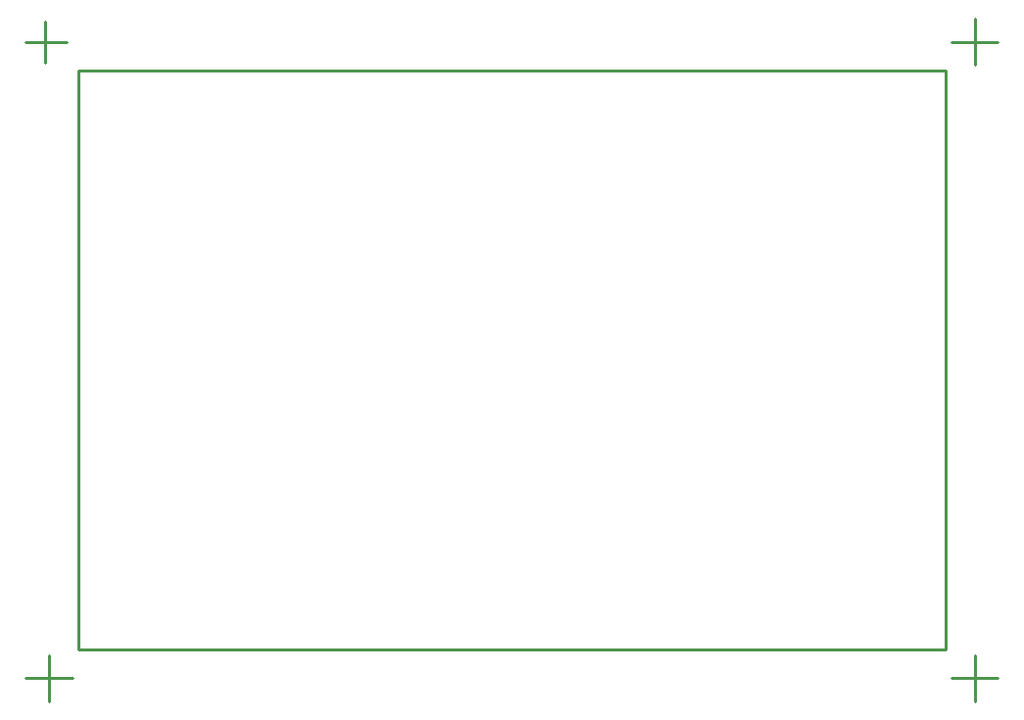
<source format=gko>
G04*
G04 #@! TF.GenerationSoftware,Altium Limited,Altium Designer,18.1.1 (9)*
G04*
G04 Layer_Color=16711935*
%FSLAX42Y42*%
%MOMM*%
G71*
G01*
G75*
%ADD86C,0.25*%
D86*
X7750Y-450D02*
Y-250D01*
Y-50D01*
Y-250D02*
X7950D01*
X7550D02*
X7750D01*
Y5050D02*
Y5250D01*
Y5450D01*
Y5250D02*
X7950D01*
X7550D02*
X7750D01*
X-280Y5070D02*
Y5250D01*
Y5430D01*
X-450Y5250D02*
X-100D01*
X-450Y-250D02*
X-50D01*
X-250Y-450D02*
Y-250D01*
Y-50D01*
X0Y0D02*
Y5000D01*
X7500D01*
Y0D02*
Y5000D01*
X0Y0D02*
X7500D01*
M02*

</source>
